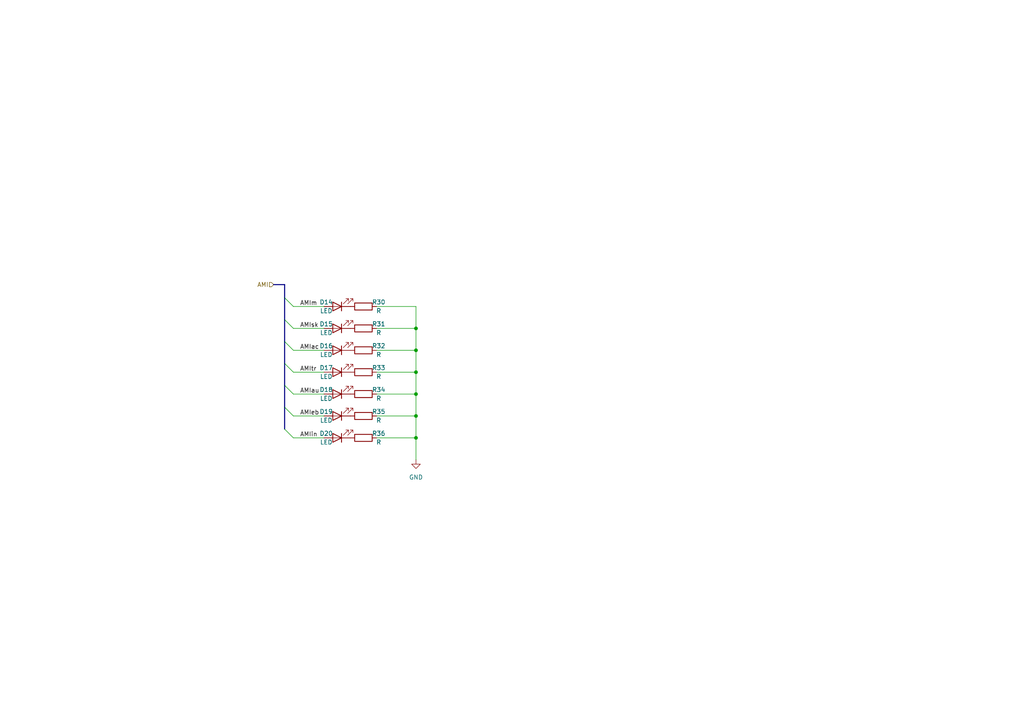
<source format=kicad_sch>
(kicad_sch (version 20211123) (generator eeschema)
  (paper "A4")
  (lib_symbols
    (symbol "Device:LED" (pin_numbers hide) (pin_names (offset 1.016) hide)
      (property "Reference" "D" (at 0 2.54 0))
      (property "Value" "LED" (at 0 -2.54 0))
      (symbol "LED_0_1"
        (polyline (pts (xy -1.27 -1.27) (xy -1.27 1.27)) (stroke (width 0.254)))
        (polyline (pts (xy -1.27 0) (xy 1.27 0)))
        (polyline (pts (xy 1.27 -1.27) (xy 1.27 1.27) (xy -1.27 0) (xy 1.27 -1.27)) (stroke (width 0.254)))
        (polyline (pts (xy -3.048 -0.762) (xy -4.572 -2.286) (xy -3.81 -2.286) (xy -4.572 -2.286) (xy -4.572 -1.524)))
        (polyline (pts (xy -1.778 -0.762) (xy -3.302 -2.286) (xy -2.54 -2.286) (xy -3.302 -2.286) (xy -3.302 -1.524)))
      )
      (symbol "LED_1_1"
        (pin passive line (at -3.81 0 0) (length 2.54) (name "K") (number "1"))
        (pin passive line (at 3.81 0 180) (length 2.54) (name "A") (number "2"))
      )
    )
    (symbol "Device:R" (pin_numbers hide) (pin_names (offset 0))
      (property "Reference" "R" (at 2.032 0 90))
      (property "Value" "R" (at 0 0 90))
      (symbol "R_0_1"
        (rectangle (start -1.016 -2.54) (end 1.016 2.54) (stroke (width 0.254)))
      )
      (symbol "R_1_1"
        (pin passive line (at 0 3.81 270) (length 1.27) (name "~") (number "1"))
        (pin passive line (at 0 -3.81 90) (length 1.27) (name "~") (number "2"))
      )
    )
    (symbol "power:GND" (power) (pin_names (offset 0))
      (property "Value" "GND" (at 0 -3.81 0))
      (symbol "GND_0_1"
        (polyline (pts (xy 0 0) (xy 0 -1.27) (xy 1.27 -1.27) (xy 0 -2.54) (xy -1.27 -1.27) (xy 0 -1.27)))
      )
      (symbol "GND_1_1"
        (pin power_in line (at 0 0 270) (length 0) hide (name "GND") (number "1"))
      )
    )
  )
  (junction (at 120.65 120.65))
  (junction (at 120.65 95.25))
  (junction (at 120.65 114.3))
  (junction (at 120.65 101.6))
  (junction (at 120.65 107.95))
  (junction (at 120.65 127))
  (bus_entry (at 85.09 120.65) (size -2.54 -2.54))
  (bus_entry (at 85.09 114.3) (size -2.54 -2.54))
  (bus_entry (at 85.09 101.6) (size -2.54 -2.54))
  (bus_entry (at 85.09 88.9) (size -2.54 -2.54))
  (bus_entry (at 85.09 107.95) (size -2.54 -2.54))
  (bus_entry (at 85.09 95.25) (size -2.54 -2.54))
  (bus_entry (at 85.09 127) (size -2.54 -2.54))
  (wire (pts (xy 109.22 88.9) (xy 120.65 88.9)))
  (wire (pts (xy 109.22 127) (xy 120.65 127)))
  (wire (pts (xy 109.22 101.6) (xy 120.65 101.6)))
  (wire (pts (xy 120.65 120.65) (xy 120.65 127)))
  (wire (pts (xy 120.65 95.25) (xy 120.65 101.6)))
  (bus (pts (xy 82.55 82.55) (xy 82.55 86.36)))
  (bus (pts (xy 82.55 124.46) (xy 82.55 118.11)))
  (wire (pts (xy 85.09 127) (xy 93.98 127)))
  (wire (pts (xy 85.09 95.25) (xy 93.98 95.25)))
  (wire (pts (xy 85.09 88.9) (xy 93.98 88.9)))
  (wire (pts (xy 85.09 107.95) (xy 93.98 107.95)))
  (bus (pts (xy 82.55 111.76) (xy 82.55 105.41)))
  (wire (pts (xy 85.09 114.3) (xy 93.98 114.3)))
  (wire (pts (xy 120.65 114.3) (xy 120.65 120.65)))
  (wire (pts (xy 120.65 107.95) (xy 120.65 114.3)))
  (wire (pts (xy 109.22 120.65) (xy 120.65 120.65)))
  (bus (pts (xy 79.375 82.55) (xy 82.55 82.55)))
  (wire (pts (xy 109.22 95.25) (xy 120.65 95.25)))
  (wire (pts (xy 120.65 101.6) (xy 120.65 107.95)))
  (wire (pts (xy 85.09 120.65) (xy 93.98 120.65)))
  (wire (pts (xy 85.09 101.6) (xy 93.98 101.6)))
  (wire (pts (xy 120.65 88.9) (xy 120.65 95.25)))
  (bus (pts (xy 82.55 118.11) (xy 82.55 111.76)))
  (wire (pts (xy 109.22 107.95) (xy 120.65 107.95)))
  (bus (pts (xy 82.55 92.71) (xy 82.55 86.36)))
  (bus (pts (xy 82.55 105.41) (xy 82.55 99.06)))
  (wire (pts (xy 120.65 127) (xy 120.65 133.35)))
  (wire (pts (xy 109.22 114.3) (xy 120.65 114.3)))
  (bus (pts (xy 82.55 99.06) (xy 82.55 92.71)))
  (label "AMIin" (at 86.995 127 0))
  (label "AMItr" (at 86.995 107.95 0))
  (label "AMIsk" (at 86.995 95.25 0))
  (label "AMIm" (at 86.995 88.9 0))
  (label "AMIeb" (at 86.995 120.65 0))
  (label "AMIac" (at 86.995 101.6 0))
  (label "AMIau" (at 86.995 114.3 0))
  (hierarchical_label "AMI" (shape input) (at 79.375 82.55 180))
  (symbol (lib_id "Device:LED") (at 97.79 114.3 180) (unit 1)
    (property "Reference" "D18" (at 94.615 113.03 0))
    (property "Value" "LED" (at 94.615 115.57 0))
    (property "Footprint" "LED_THT:LED_D5.0mm_Clear" (effects hide))
  )
  (symbol (lib_id "Device:R") (at 105.41 120.65 90) (unit 1)
    (property "Reference" "R35" (at 109.855 119.38 90))
    (property "Value" "R" (at 109.855 121.92 90))
    (property "Footprint" "Resistor_SMD:R_0603_1608Metric_Pad1.05x0.95mm_HandSolder" (effects hide))
  )
  (symbol (lib_id "Device:R") (at 105.41 114.3 90) (unit 1)
    (property "Reference" "R34" (at 109.855 113.03 90))
    (property "Value" "R" (at 109.855 115.57 90))
    (property "Footprint" "Resistor_SMD:R_0603_1608Metric_Pad1.05x0.95mm_HandSolder" (effects hide))
  )
  (symbol (lib_id "Device:R") (at 105.41 88.9 90) (unit 1)
    (property "Reference" "R30" (at 109.855 87.63 90))
    (property "Value" "R" (at 109.855 90.17 90))
    (property "Footprint" "Resistor_SMD:R_0603_1608Metric_Pad1.05x0.95mm_HandSolder" (effects hide))
  )
  (symbol (lib_id "Device:R") (at 105.41 127 90) (unit 1)
    (property "Reference" "R36" (at 109.855 125.73 90))
    (property "Value" "R" (at 109.855 128.27 90))
    (property "Footprint" "Resistor_SMD:R_0603_1608Metric_Pad1.05x0.95mm_HandSolder" (effects hide))
  )
  (symbol (lib_id "Device:LED") (at 97.79 101.6 180) (unit 1)
    (property "Reference" "D16" (at 94.615 100.33 0))
    (property "Value" "LED" (at 94.615 102.87 0))
    (property "Footprint" "LED_THT:LED_D5.0mm_Clear" (effects hide))
  )
  (symbol (lib_id "Device:LED") (at 97.79 107.95 180) (unit 1)
    (property "Reference" "D17" (at 94.615 106.68 0))
    (property "Value" "LED" (at 94.615 109.22 0))
    (property "Footprint" "LED_THT:LED_D5.0mm_Clear" (effects hide))
  )
  (symbol (lib_id "Device:LED") (at 97.79 127 180) (unit 1)
    (property "Reference" "D20" (at 94.615 125.73 0))
    (property "Value" "LED" (at 94.615 128.27 0))
    (property "Footprint" "LED_THT:LED_D5.0mm_Clear" (effects hide))
  )
  (symbol (lib_id "Device:LED") (at 97.79 95.25 180) (unit 1)
    (property "Reference" "D15" (at 94.615 93.98 0))
    (property "Value" "LED" (at 94.615 96.52 0))
    (property "Footprint" "LED_THT:LED_D5.0mm_Clear" (effects hide))
  )
  (symbol (lib_id "Device:LED") (at 97.79 120.65 180) (unit 1)
    (property "Reference" "D19" (at 94.615 119.38 0))
    (property "Value" "LED" (at 94.615 121.92 0))
    (property "Footprint" "LED_THT:LED_D5.0mm_Clear" (effects hide))
  )
  (symbol (lib_id "Device:R") (at 105.41 107.95 90) (unit 1)
    (property "Reference" "R33" (at 109.855 106.68 90))
    (property "Value" "R" (at 109.855 109.22 90))
    (property "Footprint" "Resistor_SMD:R_0603_1608Metric_Pad1.05x0.95mm_HandSolder" (effects hide))
  )
  (symbol (lib_id "Device:R") (at 105.41 101.6 90) (unit 1)
    (property "Reference" "R32" (at 109.855 100.33 90))
    (property "Value" "R" (at 109.855 102.87 90))
    (property "Footprint" "Resistor_SMD:R_0603_1608Metric_Pad1.05x0.95mm_HandSolder" (effects hide))
  )
  (symbol (lib_id "Device:LED") (at 97.79 88.9 180) (unit 1)
    (property "Reference" "D14" (at 94.615 87.63 0))
    (property "Value" "LED" (at 94.615 90.17 0))
    (property "Footprint" "LED_THT:LED_D5.0mm_Clear" (effects hide))
  )
  (symbol (lib_id "Device:R") (at 105.41 95.25 90) (unit 1)
    (property "Reference" "R31" (at 109.855 93.98 90))
    (property "Value" "R" (at 109.855 96.52 90))
    (property "Footprint" "Resistor_SMD:R_0603_1608Metric_Pad1.05x0.95mm_HandSolder" (effects hide))
  )
  (symbol (lib_id "power:GND") (at 120.65 133.35 0) (unit 1)
    (property "Reference" "#PWR018" (effects hide))
    (property "Value" "GND" (at 120.65 138.43 0))
  )
)
</source>
